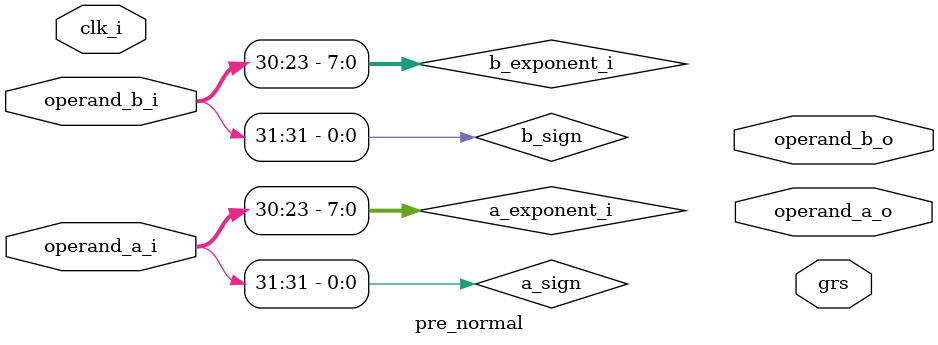
<source format=sv>
module pre_normal(
  input  logic clk_i,
  input  logic [31:0] operand_a_i,
  input  logic [31:0] operand_b_i,
  output logic [2 :0] grs        ,
  output logic [31:0] operand_a_o,
  output logic [31:0] operand_b_o
);

  logic        a_sign;
  logic        b_sign;
  logic [23:0] a_mantissa_i;
  logic [23:0] b_mantissa_i;
  logic [23:0] a_mantissa_o;
  logic [23:0] b_mantissa_o;
  logic [7 :0] a_exponent_i;
  logic [7 :0] b_exponent_i;
  logic [7 :0] a_exponent_o;
  logic [7 :0] b_exponent_o;
  logic [7 :0] diff;
  logic [25:0] tmp_mantissa;

assign a_sign = operand_a_i[31];
assign b_sign = operand_b_i[31];
assign a_exponent_i = operand_a_i[30:23];
assign b_exponent_i = operand_b_i[30:23];
assign a_mantissa_i = (operand_a_i[30:23]!=0)?{1'b1,operand_a_i[30:23]}:{1'b0,operand_a_i[30:23]};
assign b_mantissa_i = (operand_b_i[30:23]!=0)?{1'b1,operand_b_i[30:23]}:{1'b0,operand_b_i[30:23]};
assign diff         = (operand_a_i[30:23]>=operand_b_i[30:23])? operand_a_i[30:23] - operand_b_i[30:23]: operand_b_i[30:23] - operand_a_i[30:23];


always_ff@(posedge(clk_i)) begin
  if(a_exponent_i >= b_exponent) begin
    a_exponent_o <= a_exponent_i;
    b_exponent_o <= a_exponent_i;
    
  end
end


endmodule

</source>
